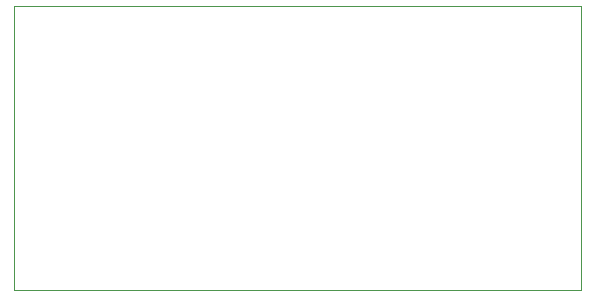
<source format=gm1>
G75*
%MOIN*%
%OFA0B0*%
%FSLAX24Y24*%
%IPPOS*%
%LPD*%
%AMOC8*
5,1,8,0,0,1.08239X$1,22.5*
%
%ADD10C,0.0000*%
D10*
X001798Y000375D02*
X001798Y009824D01*
X020696Y009824D01*
X020696Y000375D01*
X001798Y000375D01*
M02*

</source>
